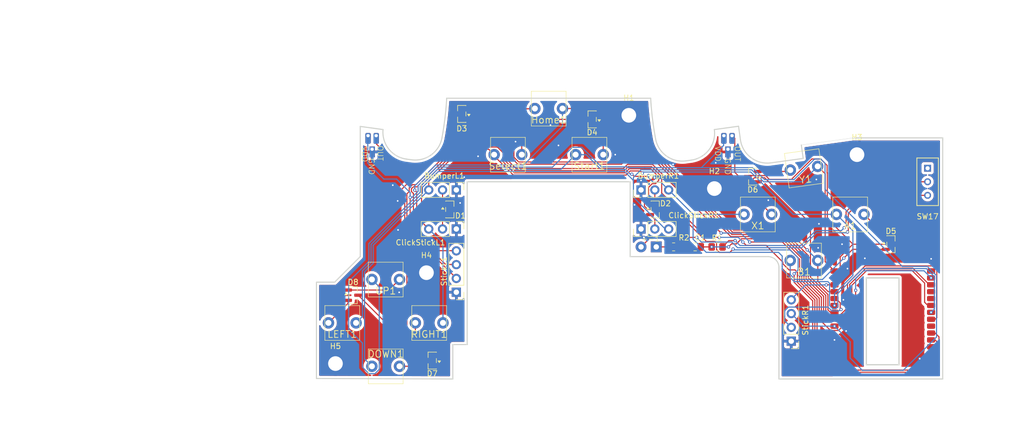
<source format=kicad_pcb>
(kicad_pcb (version 20241229) (generator "pcbnew") (generator_version "9.0")
  (layers (0 "F.Cu" mixed) (2 "B.Cu" mixed) (13 "F.Paste" user) (15 "B.Paste" user) (5 "F.SilkS" user "F.Silkscreen") (7 "B.SilkS" user "B.Silkscreen") (1 "F.Mask" user) (3 "B.Mask" user) (25 "Edge.Cuts" user))
  (net 0 "")
  (net 1 "Column 0")
  (net 2 "Net-(A1-Pad2)")
  (net 3 "Net-(B1-Pad1)")
  (net 4 "Column 1")
  (net 5 "Net-(C1-Pad2)")
  (net 6 "Net-(C1-Pad1)")
  (net 7 "Net-(+-1-BAT+)")
  (net 8 "Row 0")
  (net 9 "Net-(BumperL1-I{slash}O)")
  (net 10 "Net-(D3-Pad1)")
  (net 11 "Row 1")
  (net 12 "Net-(D3-Pad2)")
  (net 14 "Net-(D4-Pad1)")
  (net 15 "Row 2")
  (net 16 "Net-(D6-Pad1)")
  (net 17 "Net-(D6-Pad2)")
  (net 18 "Net-(D7-Pad2)")
  (net 19 "Row 3")
  (net 20 "Net-(D7-Pad1)")
  (net 21 "Net-(D8-Pad1)")
  (net 22 "Net-(D8-Pad2)")
  (net 23 "GND")
  (net 24 "Column 3")
  (net 25 "+BAT")
  (net 26 "-BATT")
  (net 27 "Column 2")
  (net 28 "Net-(StickL1-Y)")
  (net 29 "+3.3V")
  (net 30 "Net-(StickL1-X)")
  (net 31 "Net-(StickR1-Y)")
  (net 32 "Net-(ClickStickL1-I{slash}O)")
  (net 34 "Net-(TriggerL1-OUT)")
  (net 35 "Net-(TriggerR1-OUT)")
  (net 42 "Net-(BumperR1-I{slash}O)")
  (net 43 "Net-(StickR1-X)")
  (net 44 "Net-(ClickStickR1-I{slash}O)")
  (footprint "Capacitor_SMD:C_0805_2012Metric_Pad1.18x1.45mm_HandSolder" (layer "F.Cu") (at 176.9625 122.5 180)
    (property "Reference" "C1")
    (property "Value" "100nF")
  )
  (footprint "CC-Library:KAILH-MINI-SILENT-SWITCH" (layer "F.Cu") (at 142.5 105.5)
    (property "Reference" "Select1" (hide yes))
    (property "Value" "KAILH-MINI-SILENT-SWITCH")
  )
  (footprint "MountingHole:MountingHole_2.7mm_M2.5_ISO14580_Pad" (layer "F.Cu") (at 180.5 111.75)
    (property "Reference" "H2")
    (property "Value" "MountingHole_Pad")
  )
  (footprint "CC-Library:PinHeader_1x03_P2.54mm_Vertical" (layer "F.Cu") (at 167 119.2 90)
    (property "Reference" "ClickStickR1")
    (property "Value" "~")
  )
  (footprint "Resistor_SMD:R_0805_2012Metric_Pad1.20x1.40mm_HandSolder" (layer "F.Cu") (at 181 122.5)
    (property "Reference" "R1")
    (property "Value" "200k")
  )
  (footprint "CC-Library:PinHeader_1x03_P2.54mm_Vertical" (layer "F.Cu") (at 133 119.2 -90)
    (property "Reference" "ClickStickL1")
    (property "Value" "~")
  )
  (footprint "CC-Library:KAILH-MINI-SILENT-SWITCH" (layer "F.Cu") (at 157.5 105.5)
    (property "Reference" "Start1" (hide yes))
    (property "Value" "KAILH-MINI-SILENT-SWITCH")
  )
  (footprint "CC-Library:1P2T_SS-12D00_CNK" (layer "F.Cu") (at 219.75 108)
    (property "Reference" "SW17")
    (property "Value" "SS-12D00-G 4 E")
  )
  (footprint "Package_TO_SOT_SMD:SOT-23" (layer "F.Cu") (at 134 98 180)
    (property "Reference" "D3")
    (property "Value" "BAT54C")
  )
  (footprint "Package_TO_SOT_SMD:SOT-23" (layer "F.Cu") (at 128.5625 143.45 180)
    (property "Reference" "D7")
    (property "Value" "BAT54C")
  )
  (footprint "MountingHole:MountingHole_2.7mm_M2.5_ISO14580_Pad" (layer "F.Cu") (at 110.75 144)
    (property "Reference" "H5")
    (property "Value" "MountingHole_Pad")
  )
  (footprint "Package_TO_SOT_SMD:SOT-23" (layer "F.Cu") (at 213 122)
    (property "Reference" "D5")
    (property "Value" "BAT54C")
  )
  (footprint "Connector_PinHeader_2.54mm:PinHeader_1x04_P2.54mm_Vertical" (layer "F.Cu") (at 133 130.85 180)
    (property "Reference" "StickL1")
    (property "Value" "~")
  )
  (footprint "CC-Library:PinHeader_1x03_P2.54mm_Vertical" (layer "F.Cu") (at 167 112 90)
    (property "Reference" "BumperR1")
    (property "Value" "~")
  )
  (footprint "CC-Library:KAILH-MINI-SILENT-SWITCH" (layer "F.Cu") (at 197 125)
    (property "Reference" "B1" (hide yes))
    (property "Value" "KAILH-MINI-SILENT-SWITCH")
  )
  (footprint "CC-Library:KAILH-MINI-SILENT-SWITCH" (layer "F.Cu") (at 150 97)
    (property "Reference" "Home1" (hide yes))
    (property "Value" "KAILH-MINI-SILENT-SWITCH")
  )
  (footprint "MountingHole:MountingHole_2.7mm_M2.5_ISO14580_Pad" (layer "F.Cu") (at 164.75 98.25)
    (property "Reference" "H1")
    (property "Value" "MountingHole_Pad")
  )
  (footprint "CC-Library:KAILH-MINI-SILENT-SWITCH" (layer "F.Cu") (at 120 144.5)
    (property "Reference" "DOWN1" (hide yes))
    (property "Value" "KAILH-MINI-SILENT-SWITCH")
  )
  (footprint "Package_TO_SOT_SMD:SOT-23" (layer "F.Cu") (at 187.5625 109.55 180)
    (property "Reference" "D6")
    (property "Value" "BAT54C")
  )
  (footprint "CC-Library:KAILH-MINI-SILENT-SWITCH" (layer "F.Cu") (at 120 128.5)
    (property "Reference" "UP1" (hide yes))
    (property "Value" "KAILH-MINI-SILENT-SWITCH")
  )
  (footprint "CC-Library:KAILH-MINI-SILENT-SWITCH" (layer "F.Cu") (at 188.5 116.5)
    (property "Reference" "X1" (hide yes))
    (property "Value" "KAILH-MINI-SILENT-SWITCH")
  )
  (footprint "CC-Library:KAILH-MINI-SILENT-SWITCH" (layer "F.Cu") (at 197 108 7.854)
    (property "Reference" "Y1" (hide yes))
    (property "Value" "KAILH-MINI-SILENT-SWITCH")
  )
  (footprint "Package_TO_SOT_SMD:SOT-23" (layer "F.Cu") (at 169.6 115.6)
    (property "Reference" "D2")
    (property "Value" "BAT54C")
  )
  (footprint "CC-Library:PinHeader_1x03_P2.54mm_Vertical" (layer "F.Cu") (at 133 112 -90)
    (property "Reference" "BumperL1")
    (property "Value" "~" (hide yes))
  )
  (footprint "CC-Library:KAILH-MINI-SILENT-SWITCH" (layer "F.Cu") (at 112 136.5)
    (property "Reference" "LEFT1" (hide yes))
    (property "Value" "KAILH-MINI-SILENT-SWITCH")
  )
  (footprint "CC-Library:SEN3_SS49E_HNW" (layer "F.Cu") (at 117.5 102)
    (property "Reference" "TriggerL1" (hide yes))
    (property "Value" "SS49E")
  )
  (footprint "MountingHole:MountingHole_2.7mm_M2.5_ISO14580_Pad" (layer "F.Cu") (at 206.75 105.5)
    (property "Reference" "H3")
    (property "Value" "MountingHole_Pad")
  )
  (footprint "Connector_PinHeader_2.54mm:PinHeader_1x04_P2.54mm_Vertical" (layer "F.Cu") (at 194.65 139.87 180)
    (property "Reference" "StickR1")
    (property "Value" "~")
  )
  (footprint "MountingHole:MountingHole_2.7mm_M2.5_ISO14580_Pad" (layer "F.Cu") (at 127.5 127.25)
    (property "Reference" "H4")
    (property "Value" "MountingHole_Pad")
  )
  (footprint "Package_TO_SOT_SMD:SOT-23" (layer "F.Cu") (at 114 131.4)
    (property "Reference" "D8")
    (property "Value" "BAT54C")
  )
  (footprint "CC-Library:KAILH-MINI-SILENT-SWITCH" (layer "F.Cu") (at 128 136.5)
    (property "Reference" "RIGHT1" (hide yes))
    (property "Value" "KAILH-MINI-SILENT-SWITCH")
  )
  (footprint "Package_TO_SOT_SMD:SOT-23" (layer "F.Cu") (at 158 99 180)
    (property "Reference" "D4")
    (property "Value" "BAT54C")
  )
  (footprint "CC-Library:SEN3_SS49E_HNW" (layer "F.Cu") (at 183 102)
    (property "Reference" "TriggerR1" (hide yes))
    (property "Value" "SS49E")
  )
  (footprint "CC-Library:Seeed Studio XIAO ESP32S3 Plus" (layer "F.Cu") (at 211.481355 146.71313 180)
    (property "Reference" "U1" (hide yes))
    (property "Value" "~" (hide yes))
    (fp_line (start 3 18.5) (end -3 18.5) (stroke (width 0.2)) (layer "Edge.Cuts"))
    (fp_line (start 3 2.5) (end 3 18.5) (stroke (width 0.2)) (layer "Edge.Cuts"))
    (fp_line (start -3 18.5) (end -3 2.5) (stroke (width 0.2)) (layer "Edge.Cuts"))
    (fp_line (start -3 2.5) (end 3 2.5) (stroke (width 0.2)) (layer "Edge.Cuts"))
  )
  (footprint "Resistor_SMD:R_0805_2012Metric_Pad1.20x1.40mm_HandSolder" (layer "F.Cu") (at 173 122.5)
    (property "Reference" "R2")
    (property "Value" "200k")
  )
  (footprint "CC-Library:KAILH-MINI-SILENT-SWITCH" (layer "F.Cu") (at 205.5 116.5)
    (property "Reference" "A1" (hide yes))
    (property "Value" "KAILH-MINI-SILENT-SWITCH")
  )
  (footprint "CC-Library:Battery_connection" (layer "F.Cu") (at 168.4 123.5 180)
    (property "Reference" "+-1")
    (property "Value" "~" (hide yes))
  )
  (footprint "Package_TO_SOT_SMD:SOT-23" (layer "F.Cu") (at 131.8 115.6)
    (property "Reference" "D1")
    (property "Value" "BAT54C")
  )
  (gr_rect (start 208.481355 128.21313) (end 214.481355 144.21313) (stroke (width 0.2)) (fill no) (layer "Edge.Cuts"))
  (gr_line (start 176.221362 106.513175) (end 175.28005 106.643005) (stroke (width 0.2)) (layer "Edge.Cuts"))
  (gr_line (start 124.756295 106.446124) (end 123.801999 106.314504) (stroke (width 0.2)) (layer "Edge.Cuts"))
  (gr_line (start 165 124.291938) (end 190.384124 124.291938) (stroke (width 0.2)) (layer "Edge.Cuts"))
  (gr_line (start 107.25 146.75) (end 107.25 146.5) (stroke (width 0.2)) (layer "Edge.Cuts"))
  (gr_line (start 222.528629 102.75) (end 222.528629 102.407617) (stroke (width 0.2)) (layer "Edge.Cuts"))
  (gr_arc (start 131.228928 95.101863) (mid 130.906134 98.760188) (end 130.358039 102.391596) (stroke (width 0.2)) (layer "Edge.Cuts"))
  (gr_line (start 132.35 140.5) (end 132.35 146.841938) (stroke (width 0.2)) (layer "Edge.Cuts"))
  (gr_line (start 132.35 146.841938) (end 107.25 146.75) (stroke (width 0.2)) (layer "Edge.Cuts"))
  (gr_line (start 107.25 129) (end 107.25 146.5) (stroke (width 0.2)) (layer "Edge.Cuts"))
  (gr_line (start 184.949119 100.262071) (end 180.491319 100.87691) (stroke (width 0.2)) (layer "Edge.Cuts"))
  (gr_line (start 110.608769 128.991938) (end 107.25 129) (stroke (width 0.2)) (layer "Edge.Cuts"))
  (gr_line (start 196.504659 103.715614) (end 196.846321 106.192787) (stroke (width 0.2)) (layer "Edge.Cuts"))
  (gr_arc (start 130.358039 102.391596) (mid 128.371092 105.54338) (end 124.756295 106.446124) (stroke (width 0.2)) (layer "Edge.Cuts"))
  (gr_line (start 222.528629 146.841938) (end 222.528629 102.75) (stroke (width 0.2)) (layer "Edge.Cuts"))
  (gr_line (start 205.988095 102.407617) (end 222.25 102.407617) (stroke (width 0.2)) (layer "Edge.Cuts"))
  (gr_line (start 135 140.5) (end 135 110.5) (stroke (width 0.2)) (layer "Edge.Cuts"))
  (gr_arc (start 169.681641 102.606559) (mid 169.106931 98.868701) (end 168.771072 95.101863) (stroke (width 0.2)) (layer "Edge.Cuts"))
  (gr_line (start 192.384124 126.291937) (end 192.384124 146.841938) (stroke (width 0.2)) (layer "Edge.Cuts"))
  (gr_line (start 222.25 102.407617) (end 222.528629 102.407617) (stroke (width 0.2)) (layer "Edge.Cuts"))
  (gr_line (start 115.315876 124.284831) (end 110.608769 128.991938) (stroke (width 0.2)) (layer "Edge.Cuts"))
  (gr_arc (start 175.28005 106.643005) (mid 171.672705 105.745645) (end 169.681641 102.606559) (stroke (width 0.2)) (layer "Edge.Cuts"))
  (gr_line (start 135 140.5) (end 132.35 140.5) (stroke (width 0.2)) (layer "Edge.Cuts"))
  (gr_line (start 196.504659 103.715614) (end 205.988095 102.407617) (stroke (width 0.05)) (layer "Edge.Cuts"))
  (gr_line (start 165 124.291938) (end 165 110.5) (stroke (width 0.2)) (layer "Edge.Cuts"))
  (gr_arc (start 123.801999 106.314504) (mid 120.560908 104.459829) (end 119.508681 100.87691) (stroke (width 0.2)) (layer "Edge.Cuts"))
  (gr_line (start 192.384124 146.841938) (end 222.528629 146.841938) (stroke (width 0.2)) (layer "Edge.Cuts"))
  (gr_arc (start 190.927154 107.009298) (mid 187.224629 106.041671) (end 185.290797 102.739357) (stroke (width 0.2)) (layer "Edge.Cuts"))
  (gr_line (start 115.315876 124.284831) (end 115.315876 100.29862) (stroke (width 0.2)) (layer "Edge.Cuts"))
  (gr_line (start 196.846321 106.192787) (end 190.927154 107.009298) (stroke (width 0.2)) (layer "Edge.Cuts"))
  (gr_line (start 168.771072 95.101863) (end 131.228928 95.101863) (stroke (width 0.2)) (layer "Edge.Cuts"))
  (gr_line (start 135 110.5) (end 165 110.5) (stroke (width 0.2)) (layer "Edge.Cuts"))
  (gr_arc (start 190.384124 124.291938) (mid 191.798337 124.877724) (end 192.384124 126.291937) (stroke (width 0.2)) (layer "Edge.Cuts"))
  (gr_line (start 119.508681 100.87691) (end 115.315876 100.29862) (stroke (width 0.2)) (layer "Edge.Cuts"))
  (gr_line (start 185.290797 102.739357) (end 184.949119 100.262071) (stroke (width 0.2)) (layer "Edge.Cuts"))
  (gr_arc (start 180.491319 100.87691) (mid 179.52365 104.57938) (end 176.221362 106.513175) (stroke (width 0.2)) (layer "Edge.Cuts"))
  (segment (start 167.25 108.9) (end 166.855 108.505) (width 0.2) (layer "F.Cu") (net 1))
  (segment (start 127.92 110.3826) (end 133.8006 104.502) (width 0.2) (layer "F.Cu") (net 1))
  (segment (start 164.243 109.257) (end 143.483797 109.257) (width 0.2) (layer "F.Cu") (net 1))
  (segment (start 133.8006 104.502) (end 138.962 104.502) (width 0.2) (layer "F.Cu") (net 1))
  (segment (start 127.92 112) (end 127.92 110.3826) (width 0.2) (layer "F.Cu") (net 1))
  (segment (start 138.962 104.502) (end 139.96 105.5) (width 0.2) (layer "F.Cu") (net 1))
  (segment (start 139.96 105.733203) (end 139.96 105.5) (width 0.2) (layer "F.Cu") (net 1))
  (segment (start 166.855 108.505) (end 164.995 108.505) (width 0.2) (layer "F.Cu") (net 1))
  (segment (start 164.995 108.505) (end 164.243 109.257) (width 0.2) (layer "F.Cu") (net 1))
  (segment (start 143.483797 109.257) (end 139.96 105.733203) (width 0.2) (layer "F.Cu") (net 1))
  (via (at 202.61 133.291871) (size 0.6) (drill 0.3) (layers "F.Cu" "B.Cu") (net 1))
  (via (at 167.25 108.9) (size 0.6) (drill 0.3) (layers "F.Cu" "B.Cu") (net 1))
  (segment (start 202.61 131.14) (end 202.61 133.291871) (width 0.2) (layer "B.Cu") (net 1))
  (segment (start 116.109 127.091) (end 116.109 143.149) (width 0.2) (layer "B.Cu") (net 1))
  (segment (start 117.7 122.22) (end 117.7 125.5) (width 0.2) (layer "B.Cu") (net 1))
  (segment (start 167.446 108.704) (end 187.204 108.704) (width 0.2) (layer "B.Cu") (net 1))
  (segment (start 127.92 112) (end 117.7 122.22) (width 0.2) (layer "B.Cu") (net 1))
  (segment (start 206 119.54) (end 206 127.75) (width 0.2) (layer "B.Cu") (net 1))
  (segment (start 117.7 125.5) (end 116.109 127.091) (width 0.2) (layer "B.Cu") (net 1))
  (segment (start 202.96 116.5) (end 206 119.54) (width 0.2) (layer "B.Cu") (net 1))
  (segment (start 206 127.75) (end 202.61 131.14) (width 0.2) (layer "B.Cu") (net 1))
  (segment (start 167.25 108.9) (end 167.446 108.704) (width 0.2) (layer "B.Cu") (net 1))
  (segment (start 195 116.5) (end 202.96 116.5) (width 0.2) (layer "B.Cu") (net 1))
  (segment (start 187.204 108.704) (end 195 116.5) (width 0.2) (layer "B.Cu") (net 1))
  (segment (start 116.109 143.149) (end 117.46 144.5) (width 0.2) (layer "B.Cu") (net 1))
  (segment (start 208.04 116.5) (end 212.0625 120.5225) (width 0.2) (layer "F.Cu") (net 2))
  (segment (start 212.0625 120.5225) (end 212.0625 121.05) (width 0.2) (layer "F.Cu") (net 2))
  (segment (start 205.95 122.95) (end 212.0625 122.95) (width 0.2) (layer "F.Cu") (net 3))
  (segment (start 204.3305 124.5695) (end 205.95 122.95) (width 0.2) (layer "F.Cu") (net 3))
  (via (at 204.3305 124.5695) (size 0.6) (drill 0.3) (layers "F.Cu" "B.Cu") (net 3))
  (segment (start 204.3305 124.5695) (end 200.401 128.499) (width 0.2) (layer "B.Cu") (net 3))
  (segment (start 200.401 128.499) (end 195.3661 128.499) (width 0.2) (layer "B.Cu") (net 3))
  (segment (start 194.46 127.5929) (end 194.46 125) (width 0.2) (layer "B.Cu") (net 3))
  (segment (start 195.3661 128.499) (end 194.46 127.5929) (width 0.2) (layer "B.Cu") (net 3))
  (segment (start 125.33432 112.03585) (end 125.7 112.40153) (width 0.2) (layer "F.Cu") (net 4))
  (segment (start 125.7 116.98) (end 127.92 119.2) (width 0.2) (layer "F.Cu") (net 4))
  (segment (start 159.266968 97) (end 152.54 97) (width 0.2) (layer "F.Cu") (net 4))
  (segment (start 161.651 103.3339) (end 161.651 99.384032) (width 0.2) (layer "F.Cu") (net 4))
  (segment (start 199.54 128.8387) (end 201.453171 130.751871) (width 0.2) (layer "F.Cu") (net 4))
  (segment (start 161.651 99.384032) (end 159.266968 97) (width 0.2) (layer "F.Cu") (net 4))
  (segment (start 199.54 125) (end 199.54 128.8387) (width 0.2) (layer "F.Cu") (net 4))
  (segment (start 125.7 112.40153) (end 125.7 116.98) (width 0.2) (layer "F.Cu") (net 4))
  (segment (start 163.6141 105.297) (end 161.651 103.3339) (width 0.2) (layer "F.Cu") (net 4))
  (segment (start 169.9312 105.297) (end 163.6141 105.297) (width 0.2) (layer "F.Cu") (net 4))
  (segment (start 184.0332 119.399) (end 169.9312 105.297) (width 0.2) (layer "F.Cu") (net 4))
  (segment (start 197.589 123.040473) (end 197.580473 123.040473) (width 0.2) (layer "F.Cu") (net 4))
  (segment (start 197.580473 123.040473) (end 193.939 119.399) (width 0.2) (layer "F.Cu") (net 4))
  (segment (start 193.939 119.399) (end 184.0332 119.399) (width 0.2) (layer "F.Cu") (net 4))
  (segment (start 201.453171 130.751871) (end 202.61 130.751871) (width 0.2) (layer "F.Cu") (net 4))
  (via (at 197.589 123.040473) (size 0.6) (drill 0.3) (layers "F.Cu" "B.Cu") (net 4))
  (via (at 125.33432 112.03585) (size 0.6) (drill 0.3) (layers "F.Cu" "B.Cu") (net 4))
  (segment (start 125.33432 112.03585) (end 125.33432 111.25662) (width 0.2) (layer "B.Cu") (net 4))
  (segment (start 145.401 107.396) (end 152.54 100.257) (width 0.2) (layer "B.Cu") (net 4))
  (segment (start 125.33432 111.25662) (end 129.19494 107.396) (width 0.2) (layer "B.Cu") (net 4))
  (segment (start 197.589 123.040473) (end 197.589 123.049) (width 0.2) (layer "B.Cu") (net 4))
  (segment (start 129.19494 107.396) (end 145.401 107.396) (width 0.2) (layer "B.Cu") (net 4))
  (segment (start 130.54 136.5) (end 130.54 121.82) (width 0.2) (layer "B.Cu") (net 4))
  (segment (start 152.54 100.257) (end 152.54 97) (width 0.2) (layer "B.Cu") (net 4))
  (segment (start 130.54 121.82) (end 127.92 119.2) (width 0.2) (layer "B.Cu") (net 4))
  (segment (start 197.589 123.049) (end 199.54 125) (width 0.2) (layer "B.Cu") (net 4))
  (segment (start 174 122.5) (end 175.925 122.5) (width 0.2) (layer "F.Cu") (net 5))
  (segment (start 196.585 128.7192) (end 199.797 131.9312) (width 0.2) (layer "F.Cu") (net 6))
  (segment (start 201.87484 137.902871) (end 203.34516 137.902871) (width 0.2) (layer "F.Cu") (net 6))
  (segment (start 206.5 134.748031) (end 206.5 130.5) (width 0.2) (layer "F.Cu") (net 6))
  (segment (start 192.991757 121.003) (end 196.585 124.596243) (width 0.2) (layer "F.Cu") (net 6))
  (segment (start 203.34516 137.902871) (end 206.5 134.748031) (width 0.2) (layer "F.Cu") (net 6))
  (segment (start 196.585 124.596243) (end 196.585 128.7192) (width 0.2) (layer "F.Cu") (net 6))
  (segment (start 183.1 122.5) (end 183.657632 121.942368) (width 0.2) (layer "F.Cu") (net 6))
  (segment (start 178 122.5) (end 180 122.5) (width 0.2) (layer "F.Cu") (net 6))
  (segment (start 184.911104 121.588896) (end 185.497 121.003) (width 0.2) (layer "F.Cu") (net 6))
  (segment (start 199.797 135.825031) (end 201.87484 137.902871) (width 0.2) (layer "F.Cu") (net 6))
  (segment (start 184.911104 121.590311) (end 184.911104 121.588896) (width 0.2) (layer "F.Cu") (net 6))
  (segment (start 183.657632 121.942368) (end 184.559047 121.942368) (width 0.2) (layer "F.Cu") (net 6))
  (segment (start 185.497 121.003) (end 192.991757 121.003) (width 0.2) (layer "F.Cu") (net 6))
  (segment (start 199.797 131.9312) (end 199.797 135.825031) (width 0.2) (layer "F.Cu") (net 6))
  (segment (start 184.559047 121.942368) (end 184.911104 121.590311) (width 0.2) (layer "F.Cu") (net 6))
  (via (at 220.39 128.211871) (size 0.6) (drill 0.3) (layers "F.Cu" "B.Cu") (net 6))
  (via (at 180 122.5) (size 0.6) (drill 0.3) (layers "F.Cu" "B.Cu") (net 6))
  (via (at 206.5 130.5) (size 0.6) (drill 0.3) (layers "F.Cu" "B.Cu") (net 6))
  (via (at 183.1 122.5) (size 0.6) (drill 0.3) (layers "F.Cu" "B.Cu") (net 6))
  (segment (start 183.1 122.5) (end 180 122.5) (width 0.2) (layer "B.Cu") (net 6))
  (segment (start 207.9832 126.901) (end 219.079129 126.901) (width 0.2) (layer "B.Cu") (net 6))
  (segment (start 206.5 128.3842) (end 207.9832 126.901) (width 0.2) (layer "B.Cu") (net 6))
  (segment (start 206.5 130.5) (end 206.5 128.3842) (width 0.2) (layer "B.Cu") (net 6))
  (segment (start 219.079129 126.901) (end 220.39 128.211871) (width 0.2) (layer "B.Cu") (net 6))
  (segment (start 177.25 120.75) (end 168.75 120.75) (width 0.2) (layer "F.Cu") (net 7))
  (segment (start 208.5 113) (end 219.75 113) (width 0.2) (layer "F.Cu") (net 7))
  (segment (start 205.151 119.599) (end 205.151 116.349) (width 0.2) (layer "F.Cu") (net 7))
  (segment (start 168.75 120.75) (end 167 122.5) (width 0.2) (layer "F.Cu") (net 7))
  (segment (start 205.151 116.349) (end 208.5 113) (width 0.2) (layer "F.Cu") (net 7))
  (segment (start 205 119.75) (end 205.151 119.599) (width 0.2) (layer "F.Cu") (net 7))
  (via (at 205 119.75) (size 0.6) (drill 0.3) (layers "F.Cu" "B.Cu") (net 7))
  (via (at 177.25 120.75) (size 0.6) (drill 0.3) (layers "F.Cu" "B.Cu") (net 7))
  (segment (start 205 119.75) (end 204.849 119.901) (width 0.2) (layer "B.Cu") (net 7))
  (segment (start 196.566157 122.651) (end 184.769793 122.651) (width 0.2) (layer "B.Cu") (net 7))
  (segment (start 204.849 119.901) (end 199.316157 119.901) (width 0.2) (layer "B.Cu") (net 7))
  (segment (start 199.316157 119.901) (end 196.566157 122.651) (width 0.2) (layer "B.Cu") (net 7))
  (segment (start 184.769793 122.651) (end 183.719793 121.601) (width 0.2) (layer "B.Cu") (net 7))
  (segment (start 178.101 121.601) (end 177.25 120.75) (width 0.2) (layer "B.Cu") (net 7))
  (segment (start 183.719793 121.601) (end 178.101 121.601) (width 0.2) (layer "B.Cu") (net 7))
  (segment (start 168.233032 115.6) (end 170.5375 115.6) (width 0.2) (layer "F.Cu") (net 8))
  (segment (start 170.25 109.5855) (end 170.25 110.25) (width 0.2) (layer "F.Cu") (net 8))
  (segment (start 198.594 132.4295) (end 198.594 141.5611) (width 0.2) (layer "F.Cu") (net 8))
  (segment (start 203.0329 146) (end 218.675131 146) (width 0.2) (layer "F.Cu") (net 8))
  (segment (start 170.25 110.25) (end 169.651 110.849) (width 0.2) (layer "F.Cu") (net 8))
  (segment (start 221.14 138.371871) (end 220.39 138.371871) (width 0.2) (layer "F.Cu") (net 8))
  (segment (start 169.06324 110.849) (end 168.389 111.52324) (width 0.2) (layer "F.Cu") (net 8))
  (segment (start 180.901 121.81484) (end 180.58516 121.499) (width 0.2) (layer "F.Cu") (net 8))
  (segment (start 167.624 114.309032) (end 167.624 114.990968) (width 0.2) (layer "F.Cu") (net 8))
  (segment (start 164.8289 108.104) (end 168.7685 108.104) (width 0.2) (layer "F.Cu") (net 8))
  (segment (start 218.675131 146) (end 221.842 142.833131) (width 0.2) (layer "F.Cu") (net 8))
  (segment (start 195.183 127.467373) (end 195.183 129.0185) (width 0.2) (layer "F.Cu") (net 8))
  (segment (start 140.5655 104.101) (end 141.595 105.1305) (width 0.2) (layer "F.Cu") (net 8))
  (segment (start 198.594 141.5611) (end 203.0329 146) (width 0.2) (layer "F.Cu") (net 8))
  (segment (start 221.842 139.073871) (end 221.14 138.371871) (width 0.2) (layer "F.Cu") (net 8))
  (segment (start 127.8 115.6) (end 126.6 114.4) (width 0.2) (layer "F.Cu") (net 8))
  (segment (start 132.7375 115.6) (end 127.8 115.6) (width 0.2) (layer "F.Cu") (net 8))
  (segment (start 221.842 142.833131) (end 221.842 139.073871) (width 0.2) (layer "F.Cu") (net 8))
  (segment (start 195.183 129.0185) (end 198.594 132.4295) (width 0.2) (layer "F.Cu") (net 8))
  (segment (start 168.7685 108.104) (end 170.25 109.5855) (width 0.2) (layer "F.Cu") (net 8))
  (segment (start 168.389 111.52324) (end 168.389 113.544032) (width 0.2) (layer "F.Cu") (net 8))
  (segment (start 126.6 111.1355) (end 133.6345 104.101) (width 0.2) (layer "F.Cu") (net 8))
  (segment (start 180.58516 121.499) (end 179.024 121.499) (width 0.2) (layer "F.Cu") (net 8))
  (segment (start 173.125 115.6) (end 170.5375 115.6) (width 0.2) (layer "F.Cu") (net 8))
  (segment (start 169.651 110.849) (end 169.06324 110.849) (width 0.2) (layer "F.Cu") (net 8))
  (segment (start 143.649897 108.856) (end 164.0769 108.856) (width 0.2) (layer "F.Cu") (net 8))
  (segment (start 183.948483 122.900047) (end 183.34853 123.5) (width 0.2) (layer "F.Cu") (net 8))
  (segment (start 167.624 114.990968) (end 168.233032 115.6) (width 0.2) (layer "F.Cu") (net 8))
  (segment (start 179.024 121.499) (end 173.125 115.6) (width 0.2) (layer "F.Cu") (net 8))
  (segment (start 141.595 105.1305) (end 141.595 106.801103) (width 0.2) (layer "F.Cu") (net 8))
  (segment (start 168.389 113.544032) (end 167.624 114.309032) (width 0.2) (layer "F.Cu") (net 8))
  (segment (start 126.6 114.4) (end 126.6 111.1355) (width 0.2) (layer "F.Cu") (net 8))
  (segment (start 133.6345 104.101) (end 140.5655 104.101) (width 0.2) (layer "F.Cu") (net 8))
  (segment (start 141.595 106.801103) (end 143.649897 108.856) (width 0.2) (layer "F.Cu") (net 8))
  (segment (start 181.41384 123.5) (end 180.901 122.98716) (width 0.2) (layer "F.Cu") (net 8))
  (segment (start 183.34853 123.5) (end 181.41384 123.5) (width 0.2) (layer "F.Cu") (net 8))
  (segment (start 164.0769 108.856) (end 164.8289 108.104) (width 0.2) (layer "F.Cu") (net 8))
  (segment (start 180.901 122.98716) (end 180.901 121.81484) (width 0.2) (layer "F.Cu") (net 8))
  (via (at 195.183 127.467373) (size 0.6) (drill 0.3) (layers "F.Cu" "B.Cu") (net 8))
  (via (at 183.948483 122.900047) (size 0.6) (drill 0.3) (layers "F.Cu" "B.Cu") (net 8))
  (segment (start 195.91355 126.736823) (end 195.183 127.467373) (width 0.2) (layer "B.Cu") (net 8))
  (segment (start 195.91355 124.542947) (end 195.91355 126.736823) (width 0.2) (layer "B.Cu") (net 8))
  (segment (start 184.100436 123.052) (end 194.422603 123.052) (width 0.2) (layer "B.Cu") (net 8))
  (segment (start 194.422603 123.052) (end 195.91355 124.542947) (width 0.2) (layer "B.Cu") (net 8))
  (segment (start 183.948483 122.900047) (end 184.100436 123.052) (width 0.2) (layer "B.Cu") (net 8))
  (segment (start 130.46 112) (end 130.46 114.2475) (width 0.2) (layer "F.Cu") (net 9))
  (segment (start 130.46 114.2475) (end 130.8625 114.65) (width 0.2) (layer "F.Cu") (net 9))
  (segment (start 134.9375 98.95) (end 142.35 98.95) (width 0.2) (layer "F.Cu") (net 10))
  (segment (start 142.35 98.95) (end 145.04 101.64) (width 0.2) (layer "F.Cu") (net 10))
  (segment (start 145.04 101.64) (end 145.04 105.5) (width 0.2) (layer "F.Cu") (net 10))
  (segment (start 208.25 126) (end 220.984289 126) (width 0.2) (layer "F.Cu") (net 11))
  (segment (start 196.781 123.081) (end 197.788 124.088) (width 0.2) (layer "F.Cu") (net 11))
  (segment (start 201 134.488031) (end 201.87484 135.362871) (width 0.2) (layer "F.Cu") (net 11))
  (segment (start 183.8671 119.8) (end 193.5 119.8) (width 0.2) (layer "F.Cu") (net 11))
  (segment (start 221.441 126.456711) (end 221.441 135.530871) (width 0.2) (layer "F.Cu") (net 11))
  (segment (start 196.771057 123.081) (end 196.781 123.081) (width 0.2) (layer "F.Cu") (net 11))
  (segment (start 220.984289 126) (end 221.441 126.456711) (width 0.2) (layer "F.Cu") (net 11))
  (segment (start 197.788 128.2209) (end 201 131.4329) (width 0.2) (layer "F.Cu") (net 11))
  (segment (start 201.87484 135.362871) (end 203.34516 135.362871) (width 0.2) (layer "F.Cu") (net 11))
  (segment (start 205 129.25) (end 208.25 126) (width 0.2) (layer "F.Cu") (net 11))
  (segment (start 205 133.708031) (end 205 129.25) (width 0.2) (layer "F.Cu") (net 11))
  (segment (start 169.7651 105.698) (end 183.8671 119.8) (width 0.2) (layer "F.Cu") (net 11))
  (segment (start 221.14 135.831871) (end 220.39 135.831871) (width 0.2) (layer "F.Cu") (net 11))
  (segment (start 159.5 99) (end 161.25 100.75) (width 0.2) (layer "F.Cu") (net 11))
  (segment (start 193.5 119.8) (end 196.419 122.719) (width 0.2) (layer "F.Cu") (net 11))
  (segment (start 196.419 122.728943) (end 196.771057 123.081) (width 0.2) (layer "F.Cu") (net 11))
  (segment (start 161.25 100.75) (end 161.25 103.5) (width 0.2) (layer "F.Cu") (net 11))
  (segment (start 201 131.4329) (end 201 134.488031) (width 0.2) (layer "F.Cu") (net 11))
  (segment (start 146.78125 99) (end 157.0625 99) (width 0.2) (layer "F.Cu") (net 11))
  (segment (start 161.25 103.5) (end 163.448 105.698) (width 0.2) (layer "F.Cu") (net 11))
  (segment (start 145.78125 98) (end 146.78125 99) (width 0.2) (layer "F.Cu") (net 11))
  (segment (start 196.419 122.719) (end 196.419 122.728943) (width 0.2) (layer "F.Cu") (net 11))
  (segment (start 133.0625 98) (end 145.78125 98) (width 0.2) (layer "F.Cu") (net 11))
  (segment (start 157.0625 99) (end 159.5 99) (width 0.2) (layer "F.Cu") (net 11))
  (segment (start 203.34516 135.362871) (end 205 133.708031) (width 0.2) (layer "F.Cu") (net 11))
  (segment (start 197.788 124.088) (end 197.788 128.2209) (width 0.2) (layer "F.Cu") (net 11))
  (segment (start 221.441 135.530871) (end 221.14 135.831871) (width 0.2) (layer "F.Cu") (net 11))
  (segment (start 163.448 105.698) (end 169.7651 105.698) (width 0.2) (layer "F.Cu") (net 11))
  (segment (start 147.41 97.05) (end 147.46 97) (width 0.2) (layer "F.Cu") (net 12))
  (segment (start 134.9375 97.05) (end 147.41 97.05) (width 0.2) (layer "F.Cu") (net 12))
  (segment (start 160.04 105.5) (end 160.04 101.0525) (width 0.2) (layer "F.Cu") (net 14))
  (segment (start 160.04 101.0525) (end 158.9375 99.95) (width 0.2) (layer "F.Cu") (net 14))
  (segment (start 206 122) (end 201.292 117.292) (width 0.2) (layer "F.Cu") (net 15))
  (segment (start 203.661 127.427031) (end 203.661 124.339) (width 0.2) (layer "F.Cu") (net 15))
  (segment (start 186.824 109.351) (end 186.625 109.55) (width 0.2) (layer "F.Cu") (net 15))
  (segment (start 202.61 127.742871) (end 203.34516 127.742871) (width 0.2) (layer "F.Cu") (net 15))
  (segment (start 189.9181 109.351) (end 186.824 109.351) (width 0.2) (layer "F.Cu") (net 15))
  (segment (start 194.691518 110.05) (end 190.6171 110.05) (width 0.2) (layer "F.Cu") (net 15))
  (segment (start 200.075777 106.301911) (end 198.439607 106.301911) (width 0.2) (layer "F.Cu") (net 15))
  (segment (start 201.292 117.292) (end 201.292 108.861637) (width 0.2) (layer "F.Cu") (net 15))
  (segment (start 201.25 107.476134) (end 200.075777 106.301911) (width 0.2) (layer "F.Cu") (net 15))
  (segment (start 190.6171 110.05) (end 189.9181 109.351) (width 0.2) (layer "F.Cu") (net 15))
  (segment (start 198.439607 106.301911) (end 194.691518 110.05) (width 0.2) (layer "F.Cu") (net 15))
  (segment (start 201.292 108.861637) (end 201.25 108.819637) (width 0.2) (layer "F.Cu") (net 15))
  (segment (start 203.661 124.339) (end 206 122) (width 0.2) (layer "F.Cu") (net 15))
  (segment (start 201.25 108.819637) (end 201.25 107.476134) (width 0.2) (layer "F.Cu") (net 15))
  (segment (start 203.34516 127.742871) (end 203.661 127.427031) (width 0.2) (layer "F.Cu") (net 15))
  (segment (start 206 122) (end 213.9375 122) (width 0.2) (layer "F.Cu") (net 15))
  (segment (start 202.61 128.211871) (end 202.61 127.742871) (width 0.2) (layer "F.Cu") (net 15))
  (segment (start 188.5 113.96) (end 191.04 116.5) (width 0.2) (layer "F.Cu") (net 16))
  (segment (start 188.5 110.5) (end 188.5 113.96) (width 0.2) (layer "F.Cu") (net 16))
  (segment (start 188.5 108.6) (end 194.230915 108.6) (width 0.2) (layer "F.Cu") (net 17))
  (segment (start 194.230915 108.6) (end 194.483826 108.347089) (width 0.2) (layer "F.Cu") (net 17))
  (segment (start 193.86 108.6) (end 194.46 108) (width 0.2) (layer "F.Cu") (net 17))
  (segment (start 129.5 142.5) (end 125.46 138.46) (width 0.2) (layer "F.Cu") (net 18))
  (segment (start 125.46 138.46) (end 125.46 136.5) (width 0.2) (layer "F.Cu") (net 18))
  (segment (start 123.498829 113.219451) (end 123.498829 119.345929) (width 0.2) (layer "F.Cu") (net 19))
  (segment (start 164.1645 106.5) (end 163.4125 107.252) (width 0.2) (layer "F.Cu") (net 19))
  (segment (start 123.891 119.7381) (end 123.891 139.716) (width 0.2) (layer "F.Cu") (net 19))
  (segment (start 196.986 124.4202) (end 196.4488 123.883) (width 0.2) (layer "F.Cu") (net 19))
  (segment (start 219.791871 133.291871) (end 219.2 132.7) (width 0.2) (layer "F.Cu") (net 19))
  (segment (start 123.891 139.716) (end 127.625 143.45) (width 0.2) (layer "F.Cu") (net 19))
  (segment (start 208.5822 126.802) (end 205.802 129.5822) (width 0.2) (layer "F.Cu") (net 19))
  (segment (start 169.4329 106.5) (end 164.1645 106.5) (width 0.2) (layer "F.Cu") (net 19))
  (segment (start 195.617 123.061143) (end 195.617 123.0512) (width 0.2) (layer "F.Cu") (net 19))
  (segment (start 216.8349 126.802) (end 208.5822 126.802) (width 0.2) (layer "F.Cu") (net 19))
  (segment (start 200.198 134.820231) (end 200.198 131.7651) (width 0.2) (layer "F.Cu") (net 19))
  (segment (start 132.9701 102.497) (end 125.23525 110.23185) (width 0.2) (layer "F.Cu") (net 19))
  (segment (start 220.39 133.291871) (end 219.791871 133.291871) (width 0.2) (layer "F.Cu") (net 19))
  (segment (start 205.802 134.040231) (end 203.67736 136.164871) (width 0.2) (layer "F.Cu") (net 19))
  (segment (start 143.199 104.4661) (end 141.2299 102.497) (width 0.2) (layer "F.Cu") (net 19))
  (segment (start 196.986 128.5531) (end 196.986 124.4202) (width 0.2) (layer "F.Cu") (net 19))
  (segment (start 122.81667 112.537292) (end 123.498829 113.219451) (width 0.2) (layer "F.Cu") (net 19))
  (segment (start 205.802 129.5822) (end 205.802 134.040231) (width 0.2) (layer "F.Cu") (net 19))
  (segment (start 200.198 131.7651) (end 196.986 128.5531) (width 0.2) (layer "F.Cu") (net 19))
  (segment (start 196.438857 123.883) (end 195.617 123.061143) (width 0.2) (layer "F.Cu") (net 19))
  (segment (start 195.617 123.0512) (end 193.1678 120.602) (width 0.2) (layer "F.Cu") (net 19))
  (segment (start 203.67736 136.164871) (end 201.54264 136.164871) (width 0.2) (layer "F.Cu") (net 19))
  (segment (start 219.2 132.7) (end 219.2 129.1671) (width 0.2) (layer "F.Cu") (net 19))
  (segment (start 201.54264 136.164871) (end 200.198 134.820231) (width 0.2) (layer "F.Cu") (net 19))
  (segment (start 183.5349 120.602) (end 169.4329 106.5) (width 0.2) (layer "F.Cu") (net 19))
  (segment (start 126.9875 143.45) (end 127.625 143.45) (width 0.2) (layer "F.Cu") (net 19))
  (segment (start 196.4488 123.883) (end 196.438857 123.883) (width 0.2) (layer "F.Cu") (net 19))
  (segment (start 144.314297 107.252) (end 143.199 106.136703) (width 0.2) (layer "F.Cu") (net 19))
  (segment (start 122.81667 112.002257) (end 122.81667 112.537292) (width 0.2) (layer "F.Cu") (net 19))
  (segment (start 219.2 129.1671) (end 216.8349 126.802) (width 0.2) (layer "F.Cu") (net 19))
  (segment (start 114.9375 131.4) (end 126.9875 143.45) (width 0.2) (layer "F.Cu") (net 19))
  (segment (start 143.199 106.136703) (end 143.199 104.4661) (width 0.2) (layer "F.Cu") (net 19))
  (segment (start 193.1678 120.602) (end 183.5349 120.602) (width 0.2) (layer "F.Cu") (net 19))
  (segment (start 125.23525 110.23185) (end 124.587077 110.23185) (width 0.2) (layer "F.Cu") (net 19))
  (segment (start 124.587077 110.23185) (end 122.81667 112.002257) (width 0.2) (layer "F.Cu") (net 19))
  (segment (start 163.4125 107.252) (end 144.314297 107.252) (width 0.2) (layer "F.Cu") (net 19))
  (segment (start 123.498829 119.345929) (end 123.891 119.7381) (width 0.2) (layer "F.Cu") (net 19))
  (segment (start 141.2299 102.497) (end 132.9701 102.497) (width 0.2) (layer "F.Cu") (net 19))
  (segment (start 129.4 144.5) (end 129.5 144.4) (width 0.2) (layer "F.Cu") (net 20))
  (segment (start 122.54 144.5) (end 129.4 144.5) (width 0.2) (layer "F.Cu") (net 20))
  (segment (start 120.59 130.45) (end 122.54 128.5) (width 0.2) (layer "F.Cu") (net 21))
  (segment (start 113.0625 130.45) (end 120.59 130.45) (width 0.2) (layer "F.Cu") (net 21))
  (segment (start 113.0625 132.8975) (end 113.0625 132.35) (width 0.2) (layer "F.Cu") (net 22))
  (segment (start 109.46 136.5) (end 113.0625 132.8975) (width 0.2) (layer "F.Cu") (net 22))
  (via (at 190.425 113.9) (size 0.6) (drill 0.3) (layers "F.Cu" "B.Cu") (net 23))
  (via (at 122.475 130.875) (size 0.6) (drill 0.3) (layers "F.Cu" "B.Cu") (net 23))
  (via (at 180.75 107) (size 0.6) (drill 0.3) (layers "F.Cu" "B.Cu") (net 23))
  (via (at 220.4 124.7) (size 0.6) (drill 0.3) (layers "F.Cu" "B.Cu") (net 23))
  (via (at 134.45 109.65) (size 0.6) (drill 0.3) (layers "F.Cu" "B.Cu") (net 23))
  (via (at 167.5 120.75) (size 0.6) (drill 0.3) (layers "F.Cu" "B.Cu") (net 23))
  (via (at 167 110.25) (size 0.6) (drill 0.3) (layers "F.Cu" "B.Cu") (net 23))
  (via (at 169.5 109.75) (size 0.6) (drill 0.3) (layers "F.Cu" "B.Cu") (net 23))
  (via (at 218.3 143.1) (size 0.6) (drill 0.3) (layers "F.Cu" "B.Cu") (net 23))
  (via (at 204.25 132.25) (size 0.6) (drill 0.3) (layers "F.Cu" "B.Cu") (net 23))
  (via (at 165.8 114.75) (size 0.6) (drill 0.3) (layers "F.Cu" "B.Cu") (net 23))
  (via (at 150.325 100.05) (size 0.6) (drill 0.3) (layers "F.Cu" "B.Cu") (net 23))
  (via (at 122.275 119.375) (size 0.6) (drill 0.3) (layers "F.Cu" "B.Cu") (net 23))
  (via (at 122.2 114.025) (size 0.6) (drill 0.3) (layers "F.Cu" "B.Cu") (net 23))
  (via (at 151.8 103.8) (size 0.6) (drill 0.3) (layers "F.Cu" "B.Cu") (net 23))
  (via (at 202.61 139.641871) (size 0.6) (drill 0.3) (layers "F.Cu" "B.Cu") (net 23))
  (via (at 133.7 114.4) (size 0.6) (drill 0.3) (layers "F.Cu" "B.Cu") (net 23))
  (via (at 204 122) (size 0.6) (drill 0.3) (layers "F.Cu" "B.Cu") (net 23))
  (via (at 199.6 122.675) (size 0.6) (drill 0.3) (layers "F.Cu" "B.Cu") (net 23))
  (via (at 208.2 124.6) (size 0.6) (drill 0.3) (layers "F.Cu" "B.Cu") (net 23))
  (via (at 199.275 110.075) (size 0.6) (drill 0.3) (layers "F.Cu" "B.Cu") (net 23))
  (via (at 162.25 105.5) (size 0.6) (drill 0.3) (layers "F.Cu" "B.Cu") (net 23))
  (via (at 205 126.5) (size 0.6) (drill 0.3) (layers "F.Cu" "B.Cu") (net 23))
  (via (at 204.75 138) (size 0.6) (drill 0.3) (layers "F.Cu" "B.Cu") (net 23))
  (via (at 128.5 121.25) (size 0.6) (drill 0.3) (layers "F.Cu" "B.Cu") (net 23))
  (via (at 199.75 118.25) (size 0.6) (drill 0.3) (layers "F.Cu" "B.Cu") (net 23))
  (via (at 172.9 107.3) (size 0.6) (drill 0.3) (layers "F.Cu" "B.Cu") (net 23))
  (via (at 143.9 103.1) (size 0.6) (drill 0.3) (layers "F.Cu" "B.Cu") (net 23))
  (via (at 137 105.8) (size 0.6) (drill 0.3) (layers "F.Cu" "B.Cu") (net 23))
  (via (at 121.3 111.125) (size 0.6) (drill 0.3) (layers "F.Cu" "B.Cu") (net 23))
  (segment (start 200.891 125.222871) (end 202.61 126.941871) (width 0.2) (layer "F.Cu") (net 24))
  (segment (start 200.891 109.027737) (end 200.891 125.222871) (width 0.2) (layer "F.Cu") (net 24))
  (segment (start 199.516174 107.652911) (end 200.891 109.027737) (width 0.2) (layer "F.Cu") (net 24))
  (segment (start 163.948942 108.599) (end 129.69324 108.599) (width 0.2) (layer "B.Cu") (net 24))
  (segment (start 165.90447 109.395587) (end 165.599942 109.700115) (width 0.2) (layer "B.Cu") (net 24))
  (segment (start 167.001057 108.299) (end 165.90447 109.395588) (width 0.2) (layer "B.Cu") (net 24))
  (segment (start 115.708 126.9249) (end 115.708 135.332) (width 0.2) (layer "B.Cu") (net 24))
  (segment (start 172.08 119.2) (end 171.45 119.2) (width 0.2) (layer "B.Cu") (net 24))
  (segment (start 165.601 113.351) (end 165.601 110.251058) (width 0.2) (layer "B.Cu") (net 24))
  (segment (start 115.708 135.332) (end 114.54 136.5) (width 0.2) (layer "B.Cu") (net 24))
  (segment (start 187.3701 108.303) (end 167.502942 108.303) (width 0.2) (layer "B.Cu") (net 24))
  (segment (start 199.516174 107.652911) (end 196.669085 110.5) (width 0.2) (layer "B.Cu") (net 24))
  (segment (start 165.599942 109.700115) (end 165.599942 110.25) (width 0.2) (layer "B.Cu") (net 24))
  (segment (start 126.769 111.52324) (end 126.769 112.5839) (width 0.2) (layer "B.Cu") (net 24))
  (segment (start 189.5671 110.5) (end 187.3701 108.303) (width 0.2) (layer "B.Cu") (net 24))
  (segment (start 126.769 112.5839) (end 117.299 122.0539) (width 0.2) (layer "B.Cu") (net 24))
  (segment (start 167.498943 108.299) (end 167.001057 108.299) (width 0.2) (layer "B.Cu") (net 24))
  (segment (start 129.69324 108.599) (end 126.769 111.52324) (width 0.2) (layer "B.Cu") (net 24))
  (segment (start 196.669085 110.5) (end 189.5671 110.5) (width 0.2) (layer "B.Cu") (net 24))
  (segment (start 117.299 125.3339) (end 115.708 126.9249) (width 0.2) (layer "B.Cu") (net 24))
  (segment (start 171.45 119.2) (end 165.601 113.351) (width 0.2) (layer "B.Cu") (net 24))
  (segment (start 117.299 122.0539) (end 117.299 125.3339) (width 0.2) (layer "B.Cu") (net 24))
  (segment (start 165.90447 109.395588) (end 165.90447 109.395587) (width 0.2) (layer "B.Cu") (net 24))
  (segment (start 165.601 110.251058) (end 165.599942 110.25) (width 0.2) (layer "B.Cu") (net 24))
  (segment (start 165.599942 110.25) (end 163.948942 108.599) (width 0.2) (layer "B.Cu") (net 24))
  (segment (start 167.502942 108.303) (end 167.498943 108.299) (width 0.2) (layer "B.Cu") (net 24))
  (segment (start 204.75 116) (end 210.25 110.5) (width 0.2) (layer "F.Cu") (net 25))
  (segment (start 204.4 118.967177) (end 204.75 118.617177) (width 0.2) (layer "F.Cu") (net 25))
  (segment (start 184.310104 121.341368) (end 183.158632 121.341368) (width 0.2) (layer "F.Cu") (net 25))
  (segment (start 183.158632 121.341368) (end 182 122.5) (width 0.2) (layer "F.Cu") (net 25))
  (segment (start 204.75 118.617177) (end 204.75 116) (width 0.2) (layer "F.Cu") (net 25))
  (segment (start 210.25 110.5) (end 219.75 110.5) (width 0.2) (layer "F.Cu") (net 25))
  (via (at 204.4 118.967177) (size 0.6) (drill 0.3) (layers "F.Cu" "B.Cu") (net 25))
  (via (at 184.310104 121.341368) (size 0.6) (drill 0.3) (layers "F.Cu" "B.Cu") (net 25))
  (segment (start 196.400057 122.25) (end 199.150057 119.5) (width 0.2) (layer "B.Cu") (net 25))
  (segment (start 185.218736 122.25) (end 196.400057 122.25) (width 0.2) (layer "B.Cu") (net 25))
  (segment (start 203.867177 119.5) (end 204.4 118.967177) (width 0.2) (layer "B.Cu") (net 25))
  (segment (start 184.310104 121.341368) (end 185.218736 122.25) (width 0.2) (layer "B.Cu") (net 25))
  (segment (start 199.150057 119.5) (end 203.867177 119.5) (width 0.2) (layer "B.Cu") (net 25))
  (segment (start 172 122.5) (end 169.75 122.5) (width 0.2) (layer "F.Cu") (net 26))
  (segment (start 168.238068 109.5) (end 165.75 109.5) (width 0.2) (layer "F.Cu") (net 27))
  (segment (start 165.75 109.5) (end 165.355 109.105) (width 0.2) (layer "F.Cu") (net 27))
  (segment (start 168.4 109.338068) (end 168.238068 109.5) (width 0.2) (layer "F.Cu") (net 27))
  (segment (start 165.355 109.105) (end 165.30347 109.105) (width 0.2) (layer "F.Cu") (net 27))
  (via (at 168.4 109.338068) (size 0.6) (drill 0.3) (layers "F.Cu" "B.Cu") (net 27))
  (via (at 220.39 134.561871) (size 0.6) (drill 0.3) (layers "F.Cu" "B.Cu") (net 27))
  (via (at 165.30347 109.105) (size 0.6) (drill 0.3) (layers "F.Cu" "B.Cu") (net 27))
  (segment (start 168.4 109.338068) (end 168.4 109.74853) (width 0.2) (layer "B.Cu") (net 27))
  (segment (start 219.528072 126.5) (end 220.991 127.962928) (width 0.2) (layer "B.Cu") (net 27))
  (segment (start 195.2 128.9) (end 201.389943 128.9) (width 0.2) (layer "B.Cu") (net 27))
  (segment (start 118.811 145.059603) (end 118.019603 145.851) (width 0.2) (layer "B.Cu") (net 27))
  (segment (start 118.019603 145.851) (end 116.900397 145.851) (width 0.2) (layer "B.Cu") (net 27))
  (segment (start 192.985124 124.185124) (end 192.985124 126.116582) (width 0.2) (layer "B.Cu") (net 27))
  (segment (start 116.898 121.8878) (end 126.368 112.4178) (width 0.2) (layer "B.Cu") (net 27))
  (segment (start 176.58 121.08) (end 179.001 123.501) (width 0.2) (layer "B.Cu") (net 27))
  (segment (start 201.7 133.3) (end 202.292871 133.892871) (width 0.2) (layer "B.Cu") (net 27))
  (segment (start 192.985124 126.685124) (end 195.2 128.9) (width 0.2) (layer "B.Cu") (net 27))
  (segment (start 113.189 128.8768) (end 116.898 125.1678) (width 0.2) (layer "B.Cu") (net 27))
  (segment (start 169.25147 110.6) (end 170.68 110.6) (width 0.2) (layer "B.Cu") (net 27))
  (segment (start 183.251047 123.501047) (end 192.301047 123.501047) (width 0.2) (layer "B.Cu") (net 27))
  (segment (start 202.858943 133.892871) (end 203.211 133.540814) (width 0.2) (layer "B.Cu") (net 27))
  (segment (start 164.115042 108.198) (end 159.595599 108.198) (width 0.2) (layer "B.Cu") (net 27))
  (segment (start 165.30347 109.105) (end 165.022042 109.105) (width 0.2) (layer "B.Cu") (net 27))
  (segment (start 126.368 111.35714) (end 129.52714 108.198) (width 0.2) (layer "B.Cu") (net 27))
  (segment (start 202.292871 133.892871) (end 202.858943 133.892871) (width 0.2) (layer "B.Cu") (net 27))
  (segment (start 117.46 128.5) (end 118.811 129.851) (width 0.2) (layer "B.Cu") (net 27))
  (segment (start 156.897599 105.5) (end 154.96 105.5) (width 0.2) (layer "B.Cu") (net 27))
  (segment (start 201.7 129.210057) (end 201.7 133.3) (width 0.2) (layer "B.Cu") (net 27))
  (segment (start 152.262 108.198) (end 154.96 105.5) (width 0.2) (layer "B.Cu") (net 27))
  (segment (start 118.811 129.851) (end 118.811 145.059603) (width 0.2) (layer "B.Cu") (net 27))
  (segment (start 183.25 123.5) (end 183.251047 123.501047) (width 0.2) (layer "B.Cu") (net 27))
  (segment (start 192.301047 123.501047) (end 192.985124 124.185124) (width 0.2) (layer "B.Cu") (net 27))
  (segment (start 203.211 131.1061) (end 207.8171 126.5) (width 0.2) (layer "B.Cu") (net 27))
  (segment (start 129.52714 108.198) (end 152.262 108.198) (width 0.2) (layer "B.Cu") (net 27))
  (segment (start 115.708 144.658603) (end 115.708 140.208) (width 0.2) (layer "B.Cu") (net 27))
  (segment (start 113.189 137.689) (end 113.189 128.8768) (width 0.2) (layer "B.Cu") (net 27))
  (segment (start 172.08 112) (end 176.58 116.5) (width 0.2) (layer "B.Cu") (net 27))
  (segment (start 192.985124 126.116582) (end 192.997241 126.524863) (width 0.2) (layer "B.Cu") (net 27))
  (segment (start 176.58 116.5) (end 176.58 121.08) (width 0.2) (layer "B.Cu") (net 27))
  (segment (start 165.022042 109.105) (end 164.115042 108.198) (width 0.2) (layer "B.Cu") (net 27))
  (segment (start 207.8171 126.5) (end 219.528072 126.5) (width 0.2) (layer "B.Cu") (net 27))
  (segment (start 116.900397 145.851) (end 115.708 144.658603) (width 0.2) (layer "B.Cu") (net 27))
  (segment (start 179.001 123.501) (end 183.249 123.501) (width 0.2) (layer "B.Cu") (net 27))
  (segment (start 203.211 133.540814) (end 203.211 131.1061) (width 0.2) (layer "B.Cu") (net 27))
  (segment (start 170.68 110.6) (end 172.08 112) (width 0.2) (layer "B.Cu") (net 27))
  (segment (start 192.997241 126.524863) (end 192.985124 126.537721) (width 0.2) (layer "B.Cu") (net 27))
  (segment (start 220.991 127.962928) (end 220.991 133.960871) (width 0.2) (layer "B.Cu") (net 27))
  (segment (start 183.249 123.501) (end 183.25 123.5) (width 0.2) (layer "B.Cu") (net 27))
  (segment (start 220.991 133.960871) (end 220.39 134.561871) (width 0.2) (layer "B.Cu") (net 27))
  (segment (start 126.368 112.4178) (end 126.368 111.35714) (width 0.2) (layer "B.Cu") (net 27))
  (segment (start 116.898 125.1678) (end 116.898 121.8878) (width 0.2) (layer "B.Cu") (net 27))
  (segment (start 168.4 109.74853) (end 169.25147 110.6) (width 0.2) (layer "B.Cu") (net 27))
  (segment (start 176.58 116.5) (end 185.96 116.5) (width 0.2) (layer "B.Cu") (net 27))
  (segment (start 159.595599 108.198) (end 156.897599 105.5) (width 0.2) (layer "B.Cu") (net 27))
  (segment (start 115.708 140.208) (end 113.189 137.689) (width 0.2) (layer "B.Cu") (net 27))
  (segment (start 201.389943 128.9) (end 201.7 129.210057) (width 0.2) (layer "B.Cu") (net 27))
  (segment (start 192.985124 126.537721) (end 192.985124 126.685124) (width 0.2) (layer "B.Cu") (net 27))
  (segment (start 169.1007 107.302) (end 164.4967 107.302) (width 0.2) (layer "F.Cu") (net 28))
  (segment (start 140.8977 103.299) (end 133.3023 103.299) (width 0.2) (layer "F.Cu") (net 28))
  (segment (start 181.75 119.941365) (end 181.409935 119.6013) (width 0.2) (layer "F.Cu") (net 28))
  (segment (start 196.184 124.762343) (end 196.184 127.05133) (width 0.2) (layer "F.Cu") (net 28))
  (segment (start 196.184 127.05133) (end 196.185 127.05233) (width 0.2) (layer "F.Cu") (net 28))
  (segment (start 123.899829 119.179829) (end 133 128.28) (width 0.2) (layer "F.Cu") (net 28))
  (segment (start 203.3651 145.198) (end 217.373871 145.198) (width 0.2) (layer "F.Cu") (net 28))
  (segment (start 187.003 121.6) (end 193.021657 121.6) (width 0.2) (layer "F.Cu") (net 28))
  (segment (start 187 121.603) (end 187.003 121.6) (width 0.2) (layer "F.Cu") (net 28))
  (segment (start 181.4 119.6013) (end 169.1007 107.302) (width 0.2) (layer "F.Cu") (net 28))
  (segment (start 123.899829 112.728152) (end 123.899829 119.179829) (width 0.2) (layer "F.Cu") (net 28))
  (segment (start 142.397 104.7983) (end 140.8977 103.299) (width 0.2) (layer "F.Cu") (net 28))
  (segment (start 196.184 128.8853) (end 199.396 132.0973) (width 0.2) (layer "F.Cu") (net 28))
  (segment (start 196.185 127.882416) (end 196.184 127.883416) (width 0.2) (layer "F.Cu") (net 28))
  (segment (start 164.4967 107.302) (end 163.7447 108.054) (width 0.2) (layer "F.Cu") (net 28))
  (segment (start 125.56745 111.03385) (end 124.919277 111.03385) (width 0.2) (layer "F.Cu") (net 28))
  (segment (start 196.184 127.883416) (end 196.184 128.8853) (width 0.2) (layer "F.Cu") (net 28))
  (segment (start 217.373871 145.198) (end 220.39 142.181871) (width 0.2) (layer "F.Cu") (net 28))
  (segment (start 142.397 106.468903) (end 142.397 104.7983) (width 0.2) (layer "F.Cu") (net 28))
  (segment (start 143.982097 108.054) (end 142.397 106.468903) (width 0.2) (layer "F.Cu") (net 28))
  (segment (start 193.021657 121.6) (end 196.184 124.762343) (width 0.2) (layer "F.Cu") (net 28))
  (segment (start 199.396 141.2289) (end 203.3651 145.198) (width 0.2) (layer "F.Cu") (net 28))
  (segment (start 163.7447 108.054) (end 143.982097 108.054) (width 0.2) (layer "F.Cu") (net 28))
  (segment (start 133.3023 103.299) (end 125.56745 111.03385) (width 0.2) (layer "F.Cu") (net 28))
  (segment (start 124.919277 111.03385) (end 124.33232 111.620807) (width 0.2) (layer "F.Cu") (net 28))
  (segment (start 199.396 132.0973) (end 199.396 141.2289) (width 0.2) (layer "F.Cu") (net 28))
  (segment (start 124.33232 111.620807) (end 124.33232 112.295661) (width 0.2) (layer "F.Cu") (net 28))
  (segment (start 181.409935 119.6013) (end 181.4 119.6013) (width 0.2) (layer "F.Cu") (net 28))
  (segment (start 124.33232 112.295661) (end 123.899829 112.728152) (width 0.2) (layer "F.Cu") (net 28))
  (segment (start 196.185 127.05233) (end 196.185 127.882416) (width 0.2) (layer "F.Cu") (net 28))
  (via (at 181.75 119.941365) (size 0.6) (drill 0.3) (layers "F.Cu" "B.Cu") (net 28))
  (via (at 187 121.603) (size 0.6) (drill 0.3) (layers "F.Cu" "B.Cu") (net 28))
  (segment (start 185.341365 119.941365) (end 187 121.6) (width 0.2) (layer "B.Cu") (net 28))
  (segment (start 181.75 119.941365) (end 185.341365 119.941365) (width 0.2) (layer "B.Cu") (net 28))
  (segment (start 187 121.6) (end 187 121.603) (width 0.2) (layer "B.Cu") (net 28))
  (segment (start 124.500829 113.420806) (end 124.5 113.421635) (width 0.2) (layer "F.Cu") (net 29))
  (segment (start 124.5 113.421635) (end 124.5 119.2129) (width 0.2) (layer "F.Cu") (net 29))
  (segment (start 124.5 119.2129) (end 131.0271 125.74) (width 0.2) (layer "F.Cu") (net 29))
  (segment (start 124.500829 113.368597) (end 124.500829 113.420806) (width 0.2) (layer "F.Cu") (net 29))
  (segment (start 131.0271 125.74) (end 133 125.74) (width 0.2) (layer "F.Cu") (net 29))
  (via (at 202.61 137.101871) (size 0.6) (drill 0.3) (layers "F.Cu" "B.Cu") (net 29))
  (via (at 124.500829 113.368597) (size 0.6) (drill 0.3) (layers "F.Cu" "B.Cu") (net 29))
  (segment (start 207.75 145.25) (end 215.25 145.25) (width 0.2) (layer "B.Cu") (net 29))
  (segment (start 178.098 107.902) (end 178.7 107.3) (width 0.2) (layer "B.Cu") (net 29))
  (segment (start 116.699 102.051) (end 116.699 107.049) (width 0.2) (layer "B.Cu") (net 29))
  (segment (start 164.51557 107.75) (end 164.66357 107.898) (width 0.2) (layer "B.Cu") (net 29))
  (segment (start 221.392 139.108) (end 221.392 127.796828) (width 0.2) (layer "B.Cu") (net 29))
  (segment (start 119.649 109.999) (end 121.999 109.999) (width 0.2) (layer "B.Cu") (net 29))
  (segment (start 124.500829 113.368597) (end 124.5 113.367768) (width 0.2) (layer "B.Cu") (net 29))
  (segment (start 154.351 104.149) (end 156.113699 104.149) (width 0.2) (layer "B.Cu") (net 29))
  (segment (start 156.113699 104.149) (end 159.714699 107.75) (width 0.2) (layer "B.Cu") (net 29))
  (segment (start 124.850103 113.368597) (end 125.967 112.2517) (width 0.2) (layer "B.Cu") (net 29))
  (segment (start 124.500829 112.500829) (end 124.500829 113.368597) (width 0.2) (layer "B.Cu") (net 29))
  (segment (start 189.7332 110.099) (end 187.5362 107.902) (width 0.2) (layer "B.Cu") (net 29))
  (segment (start 179 107) (end 182.199 103.801) (width 0.2) (layer "B.Cu") (net 29))
  (segment (start 150.703 107.797) (end 154.351 104.149) (width 0.2) (layer "B.Cu") (net 29))
  (segment (start 215.25 145.25) (end 221.392 139.108) (width 0.2) (layer "B.Cu") (net 29))
  (segment (start 196.96 137.1) (end 202.6 137.1) (width 0.2) (layer "B.Cu") (net 29))
  (segment (start 129.36104 107.797) (end 150.703 107.797) (width 0.2) (layer "B.Cu") (net 29))
  (segment (start 116.75 102) (end 116.699 102.051) (width 0.2) (layer "B.Cu") (net 29))
  (segment (start 125.967 111.19104) (end 129.36104 107.797) (width 0.2) (layer "B.Cu") (net 29))
  (segment (start 205.5 139.991871) (end 205.5 143) (width 0.2) (layer "B.Cu") (net 29))
  (segment (start 164.66357 107.898) (end 167.665042 107.898) (width 0.2) (layer "B.Cu") (net 29))
  (segment (start 121.999 109.999) (end 124.500829 112.500829) (width 0.2) (layer "B.Cu") (net 29))
  (segment (start 196.75 108.5) (end 195.151 110.099) (width 0.2) (layer "B.Cu") (net 29))
  (segment (start 125.967 112.2517) (end 125.967 111.19104) (width 0.2) (layer "B.Cu") (net 29))
  (segment (start 200.867174 111.867174) (end 200.867174 107.093308) (width 0.2) (layer "B.Cu") (net 29))
  (segment (start 202.61 137.101871) (end 205.5 139.991871) (width 0.2) (layer "B.Cu") (net 29))
  (segment (start 167.669043 107.902) (end 178.098 107.902) (width 0.2) (layer "B.Cu") (net 29))
  (segment (start 194.6 134.74) (end 196.96 137.1) (width 0.2) (layer "B.Cu") (net 29))
  (segment (start 221.392 127.796828) (end 219.694172 126.099) (width 0.2) (layer "B.Cu") (net 29))
  (segment (start 205.5 143) (end 207.75 145.25) (width 0.2) (layer "B.Cu") (net 29))
  (segment (start 167.665042 107.898) (end 167.669043 107.902) (width 0.2) (layer "B.Cu") (net 29))
  (segment (start 178.7 107.3) (end 179 107) (width 0.2) (layer "B.Cu") (net 29))
  (segment (start 215.099 126.099) (end 200.867174 111.867174) (width 0.2) (layer "B.Cu") (net 29))
  (segment (start 200.867174 107.093308) (end 200.075777 106.301911) (width 0.2) (layer "B.Cu") (net 29))
  (segment (start 124.500829 113.368597) (end 124.850103 113.368597) (width 0.2) (layer "B.Cu") (net 29))
  (segment (start 159.714699 107.75) (end 164.51557 107.75) (width 0.2) (layer "B.Cu") (net 29))
  (segment (start 116.699 107.049) (end 119.649 109.999) (width 0.2) (layer "B.Cu") (net 29))
  (segment (start 196.758482 108.5) (end 196.75 108.5) (width 0.2) (layer "B.Cu") (net 29))
  (segment (start 200.075777 106.301911) (end 198.956571 106.301911) (width 0.2) (layer "B.Cu") (net 29))
  (segment (start 198.956571 106.301911) (end 196.758482 108.5) (width 0.2) (layer "B.Cu") (net 29))
  (segment (start 182.199 103.801) (end 182.199 102.051) (width 0.2) (layer "B.Cu") (net 29))
  (segment (start 195.151 110.099) (end 189.7332 110.099) (width 0.2) (layer "B.Cu") (net 29))
  (segment (start 182.199 102.051) (end 182.25 102) (width 0.2) (layer "B.Cu") (net 29))
  (segment (start 219.694172 126.099) (end 215.099 126.099) (width 0.2) (layer "B.Cu") (net 29))
  (segment (start 187.5362 107.902) (end 178.098 107.902) (width 0.2) (layer "B.Cu") (net 29))
  (segment (start 124.73332 111.786907) (end 124.73332 112.284793) (width 0.2) (layer "F.Cu") (net 30))
  (segment (start 141.996 106.635003) (end 141.996 104.9644) (width 0.2) (layer "F.Cu") (net 30))
  (segment (start 125.1 113.149943) (end 125.1 113.337065) (width 0.2) (layer "F.Cu") (net 30))
  (segment (start 195.783 127.21743) (end 195.784 127.21843) (width 0.2) (layer "F.Cu") (net 30))
  (segment (start 195.783 129.0514) (end 198.995 132.2634) (width 0.2) (layer "F.Cu") (net 30))
  (segment (start 187.248943 122.204) (end 187.252943 122.2) (width 0.2) (layer "F.Cu") (net 30))
  (segment (start 195.784 127.21843) (end 195.784 127.716316) (width 0.2) (layer "F.Cu") (net 30))
  (segment (start 178.967488 120.741368) (end 170.8 112.57388) (width 0.2) (layer "F.Cu") (net 30))
  (segment (start 125.085377 111.43485) (end 124.73332 111.786907) (width 0.2) (layer "F.Cu") (net 30))
  (segment (start 195.783 127.717316) (end 195.783 129.0514) (width 0.2) (layer "F.Cu") (net 30))
  (segment (start 125.1 113.337065) (end 125.103 113.340065) (width 0.2) (layer "F.Cu") (net 30))
  (segment (start 141.996 104.9644) (end 140.7316 103.7) (width 0.2) (layer "F.Cu") (net 30))
  (segment (start 198.995 141.395) (end 203.199 145.599) (width 0.2) (layer "F.Cu") (net 30))
  (segment (start 163.9108 108.455) (end 143.815997 108.455) (width 0.2) (layer "F.Cu") (net 30))
  (segment (start 125.086793 112.63685) (end 125.101 112.651057) (width 0.2) (layer "F.Cu") (net 30))
  (segment (start 186.747057 122.2) (end 186.751057 122.204) (width 0.2) (layer "F.Cu") (net 30))
  (segment (start 125.101 113.148943) (end 125.1 113.149943) (width 0.2) (layer "F.Cu") (net 30))
  (segment (start 195.341185 126.741185) (end 195.783 127.183) (width 0.2) (layer "F.Cu") (net 30))
  (segment (start 125.085377 112.63685) (end 125.086793 112.63685) (width 0.2) (layer "F.Cu") (net 30))
  (segment (start 203.199 145.599) (end 218.509031 145.599) (width 0.2) (layer "F.Cu") (net 30))
  (segment (start 218.509031 145.599) (end 221.441 142.667031) (width 0.2) (layer "F.Cu") (net 30))
  (segment (start 193.109 125.609) (end 194.241185 126.741185) (width 0.2) (layer "F.Cu") (net 30))
  (segment (start 185.75 121.603) (end 186.347 122.2) (width 0.2) (layer "F.Cu") (net 30))
  (segment (start 221.441 139.942871) (end 221.14 139.641871) (width 0.2) (layer "F.Cu") (net 30))
  (segment (start 187.252943 122.2) (end 190 122.2) (width 0.2) (layer "F.Cu") (net 30))
  (segment (start 168.9346 107.703) (end 164.6628 107.703) (width 0.2) (layer "F.Cu") (net 30))
  (segment (start 195.784 127.716316) (end 195.783 127.717316) (width 0.2) (layer "F.Cu") (net 30))
  (segment (start 194.241185 126.741185) (end 195.341185 126.741185) (width 0.2) (layer "F.Cu") (net 30))
  (segment (start 164.6628 107.703) (end 163.9108 108.455) (width 0.2) (layer "F.Cu") (net 30))
  (segment (start 140.7316 103.7) (end 133.4684 103.7) (width 0.2) (layer "F.Cu") (net 30))
  (segment (start 186.751057 122.204) (end 187.248943 122.204) (width 0.2) (layer "F.Cu") (net 30))
  (segment (start 181.4 120.741368) (end 178.967488 120.741368) (width 0.2) (layer "F.Cu") (net 30))
  (segment (start 170.8 112.57388) (end 170.8 109.5684) (width 0.2) (layer "F.Cu") (net 30))
  (segment (start 195.783 127.183) (end 195.783 127.21743) (width 0.2) (layer "F.Cu") (net 30))
  (segment (start 124.73332 112.284793) (end 125.085377 112.63685) (width 0.2) (layer "F.Cu") (net 30))
  (segment (start 125.103 113.340065) (end 125.103 119.2488) (width 0.2) (layer "F.Cu") (net 30))
  (segment (start 198.995 132.2634) (end 198.995 141.395) (width 0.2) (layer "F.Cu") (net 30))
  (segment (start 129.0542 123.2) (end 133 123.2) (width 0.2) (layer "F.Cu") (net 30))
  (segment (start 133.4684 103.7) (end 125.73355 111.43485) (width 0.2) (layer "F.Cu") (net 30))
  (segment (start 125.101 112.651057) (end 125.101 113.148943) (width 0.2) (layer "F.Cu") (net 30))
  (segment (start 186.347 122.2) (end 186.747057 122.2) (width 0.2) (layer "F.Cu") (net 30))
  (segment (start 143.815997 108.455) (end 141.996 106.635003) (width 0.2) (layer "F.Cu") (net 30))
  (segment (start 221.441 142.667031) (end 221.441 139.942871) (width 0.2) (layer "F.Cu") (net 30))
  (segment (start 125.73355 111.43485) (end 125.085377 111.43485) (width 0.2) (layer "F.Cu") (net 30))
  (segment (start 221.14 139.641871) (end 220.39 139.641871) (width 0.2) (layer "F.Cu") (net 30))
  (segment (start 190 122.2) (end 193.109 125.309) (width 0.2) (layer "F.Cu") (net 30))
  (segment (start 170.8 109.5684) (end 168.9346 107.703) (width 0.2) (layer "F.Cu") (net 30))
  (segment (start 193.109 125.309) (end 193.109 125.609) (width 0.2) (layer "F.Cu") (net 30))
  (segment (start 125.103 119.2488) (end 129.0542 123.2) (width 0.2) (layer "F.Cu") (net 30))
  (via (at 181.4 120.741368) (size 0.6) (drill 0.3) (layers "F.Cu" "B.Cu") (net 30))
  (via (at 185.75 121.603) (size 0.6) (drill 0.3) (layers "F.Cu" "B.Cu") (net 30))
  (segment (start 184.888368 120.741368) (end 181.4 120.741368) (width 0.2) (layer "B.Cu") (net 30))
  (segment (start 185.75 121.603) (end 184.888368 120.741368) (width 0.2) (layer "B.Cu") (net 30))
  (segment (start 203.815567 133.931598) (end 203.661 133.777031) (width 0.2) (layer "F.Cu") (net 31))
  (segment (start 203.815567 134.043937) (end 203.815567 133.931598) (width 0.2) (layer "F.Cu") (net 31))
  (segment (start 202.87616 132.021871) (end 202.61 132.021871) (width 0.2) (layer "F.Cu") (net 31))
  (segment (start 203.661 132.806711) (end 202.87616 132.021871) (width 0.2) (layer "F.Cu") (net 31))
  (segment (start 203.661 133.777031) (end 203.661 132.806711) (width 0.2) (layer "F.Cu") (net 31))
  (via (at 203.815567 134.043937) (size 0.6) (drill 0.3) (layers "F.Cu" "B.Cu") (net 31))
  (segment (start 203.815567 134.043937) (end 203.656063 134.043937) (width 0.2) (layer "B.Cu") (net 31))
  (segment (start 203.406129 134.293871) (end 202.126771 134.293871) (width 0.2) (layer "B.Cu") (net 31))
  (segment (start 201.4219 133.589) (end 194.12324 133.589) (width 0.2) (layer "B.Cu") (net 31))
  (segment (start 193.449 136.129) (end 194.6 137.28) (width 0.2) (layer "B.Cu") (net 31))
  (segment (start 203.656063 134.043937) (end 203.406129 134.293871) (width 0.2) (layer "B.Cu") (net 31))
  (segment (start 193.449 134.26324) (end 193.449 136.129) (width 0.2) (layer "B.Cu") (net 31))
  (segment (start 202.126771 134.293871) (end 201.4219 133.589) (width 0.2) (layer "B.Cu") (net 31))
  (segment (start 194.12324 133.589) (end 193.449 134.26324) (width 0.2) (layer "B.Cu") (net 31))
  (segment (start 130.46 116.9525) (end 130.8625 116.55) (width 0.2) (layer "F.Cu") (net 32))
  (segment (start 130.46 119.2) (end 130.46 116.9525) (width 0.2) (layer "F.Cu") (net 32))
  (segment (start 205.401 129.4161) (end 208.4161 126.401) (width 0.2) (layer "F.Cu") (net 34))
  (segment (start 208.4161 126.401) (end 217.001 126.401) (width 0.2) (layer "F.Cu") (net 34))
  (segment (start 118.301 102.051) (end 118.301 103.551) (width 0.2) (layer "F.Cu") (net 34))
  (segment (start 196.018 122.8851) (end 196.018 122.895043) (width 0.2) (layer "F.Cu") (net 34))
  (segment (start 118.25 102) (end 118.301 102.051) (width 0.2) (layer "F.Cu") (net 34))
  (segment (start 201.70874 135.763871) (end 203.51126 135.763871) (width 0.2) (layer "F.Cu") (net 34))
  (segment (start 132.804 102.096) (end 141.396 102.096) (width 0.2) (layer "F.Cu") (net 34))
  (segment (start 127.8 107.1) (end 132.804 102.096) (width 0.2) (layer "F.Cu") (net 34))
  (segment (start 203.51126 135.763871) (end 205.401 133.874131) (width 0.2) (layer "F.Cu") (net 34))
  (segment (start 196.6149 123.482) (end 197.387 124.2541) (width 0.2) (layer "F.Cu") (net 34))
  (segment (start 141.396 102.096) (end 143.6 104.3) (width 0.2) (layer "F.Cu") (net 34))
  (segment (start 121.85 107.1) (end 127.8 107.1) (width 0.2) (layer "F.Cu") (net 34))
  (segment (start 197.387 124.2541) (end 197.387 128.387) (width 0.2) (layer "F.Cu") (net 34))
  (segment (start 205.401 133.874131) (end 205.401 129.4161) (width 0.2) (layer "F.Cu") (net 34))
  (segment (start 163.9984 106.099) (end 169.599 106.099) (width 0.2) (layer "F.Cu") (net 34))
  (segment (start 169.599 106.099) (end 183.701 120.201) (width 0.2) (layer "F.Cu") (net 34))
  (segment (start 200.599 134.654131) (end 201.70874 135.763871) (width 0.2) (layer "F.Cu") (net 34))
  (segment (start 220.081871 129.481871) (end 220.39 129.481871) (width 0.2) (layer "F.Cu") (net 34))
  (segment (start 217.001 126.401) (end 220.081871 129.481871) (width 0.2) (layer "F.Cu") (net 34))
  (segment (start 118.301 103.551) (end 121.85 107.1) (width 0.2) (layer "F.Cu") (net 34))
  (segment (start 193.3339 120.201) (end 196.018 122.8851) (width 0.2) (layer "F.Cu") (net 34))
  (segment (start 200.599 131.599) (end 200.599 134.654131) (width 0.2) (layer "F.Cu") (net 34))
  (segment (start 183.701 120.201) (end 193.3339 120.201) (width 0.2) (layer "F.Cu") (net 34))
  (segment (start 197.387 128.387) (end 200.599 131.599) (width 0.2) (layer "F.Cu") (net 34))
  (segment (start 143.6 104.3) (end 143.6 105.970603) (width 0.2) (layer "F.Cu") (net 34))
  (segment (start 196.604957 123.482) (end 196.6149 123.482) (width 0.2) (layer "F.Cu") (net 34))
  (segment (start 163.2464 106.851) (end 163.9984 106.099) (width 0.2) (layer "F.Cu") (net 34))
  (segment (start 144.480397 106.851) (end 163.2464 106.851) (width 0.2) (layer "F.Cu") (net 34))
  (segment (start 143.6 105.970603) (end 144.480397 106.851) (width 0.2) (layer "F.Cu") (net 34))
  (segment (start 196.018 122.895043) (end 196.604957 123.482) (width 0.2) (layer "F.Cu") (net 34))
  (segment (start 201.401 134.102871) (end 201.401 131.2668) (width 0.2) (layer "F.Cu") (net 35))
  (segment (start 201.401 131.2668) (end 198.189 128.0548) (width 0.2) (layer "F.Cu") (net 35))
  (segment (start 184.25809 102.50809) (end 184.25809 108.75809) (width 0.2) (layer "F.Cu") (net 35))
  (segment (start 198.189 128.0548) (end 198.189 118.189) (width 0.2) (layer "F.Cu") (net 35))
  (segment (start 185.651 110.151) (end 184.25809 108.75809) (width 0.2) (layer "F.Cu") (net 35))
  (segment (start 187.868532 109.752) (end 187.469532 110.151) (width 0.2) (layer "F.Cu") (net 35))
  (segment (start 183.75 102) (end 184.25809 102.50809) (width 0.2) (layer "F.Cu") (net 35))
  (segment (start 189.752 109.752) (end 187.868532 109.752) (width 0.2) (layer "F.Cu") (net 35))
  (segment (start 201.86 134.561871) (end 201.401 134.102871) (width 0.2) (layer "F.Cu") (net 35))
  (segment (start 198.189 118.189) (end 189.752 109.752) (width 0.2) (layer "F.Cu") (net 35))
  (segment (start 187.469532 110.151) (end 185.651 110.151) (width 0.2) (layer "F.Cu") (net 35))
  (segment (start 202.61 134.561871) (end 201.86 134.561871) (width 0.2) (layer "F.Cu") (net 35))
  (segment (start 169.54 113.7725) (end 169.54 112) (width 0.2) (layer "F.Cu") (net 42))
  (segment (start 168.6625 114.65) (end 169.54 113.7725) (width 0.2) (layer "F.Cu") (net 42))
  (segment (start 201.15 129.5) (end 201.168129 129.481871) (width 0.2) (layer "F.Cu") (net 43))
  (segment (start 201.1 129.5) (end 201.15 129.5) (width 0.2) (layer "F.Cu") (net 43))
  (segment (start 201.168129 129.481871) (end 202.61 129.481871) (width 0.2) (layer "F.Cu") (net 43))
  (via (at 201.1 129.5) (size 0.6) (drill 0.3) (layers "F.Cu" "B.Cu") (net 43))
  (segment (start 201.1 129.5) (end 197.3 129.5) (width 0.2) (layer "B.Cu") (net 43))
  (segment (start 197.3 129.5) (end 194.6 132.2) (width 0.2) (layer "B.Cu") (net 43))
  (segment (start 169.54 117.4275) (end 169.54 119.2) (width 0.2) (layer "F.Cu") (net 44))
  (segment (start 168.6625 116.55) (end 169.54 117.4275) (width 0.2) (layer "F.Cu") (net 44))
  (zone (net 23) (net_name "GND") (layer "F.Cu") (priority 1) (connect_pads (clearance 0.5)) (min_thickness 0.25) (fill yes (thermal_gap 0.5) (thermal_bridge_width 0.5))
    (polygon (pts (xy 50.5 78) (xy 49 158) (xy 237.5 158.5) (xy 236.5 80.5)))
  )
  (zone (net 23) (net_name "GND") (layer "B.Cu") (connect_pads (clearance 0.5)) (min_thickness 0.25) (fill yes (thermal_gap 0.5) (thermal_bridge_width 0.5))
    (polygon (pts (xy 54.5 155) (xy 235 156) (xy 237 82) (xy 54.5 77)))
  )
)
</source>
